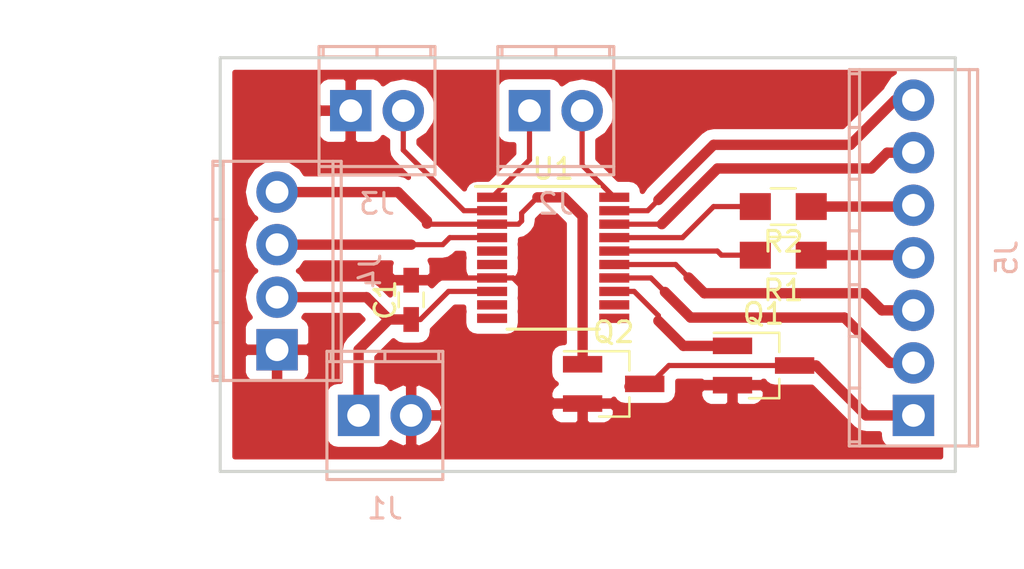
<source format=kicad_pcb>
(kicad_pcb (version 4) (host pcbnew 4.0.6)

  (general
    (links 26)
    (no_connects 0)
    (area 114.924999 88.424999 151.575001 109.075001)
    (thickness 1.6)
    (drawings 6)
    (tracks 84)
    (zones 0)
    (modules 11)
    (nets 18)
  )

  (page A4)
  (layers
    (0 F.Cu signal)
    (31 B.Cu signal)
    (32 B.Adhes user)
    (33 F.Adhes user)
    (34 B.Paste user)
    (35 F.Paste user)
    (36 B.SilkS user)
    (37 F.SilkS user)
    (38 B.Mask user)
    (39 F.Mask user)
    (40 Dwgs.User user)
    (41 Cmts.User user)
    (42 Eco1.User user)
    (43 Eco2.User user)
    (44 Edge.Cuts user)
    (45 Margin user)
    (46 B.CrtYd user)
    (47 F.CrtYd user)
    (48 B.Fab user)
    (49 F.Fab user)
  )

  (setup
    (last_trace_width 0.25)
    (user_trace_width 0.25)
    (user_trace_width 0.5)
    (user_trace_width 1)
    (trace_clearance 0.2)
    (zone_clearance 0.508)
    (zone_45_only no)
    (trace_min 0.2)
    (segment_width 0.2)
    (edge_width 0.15)
    (via_size 1.5)
    (via_drill 0.8)
    (via_min_size 0.4)
    (via_min_drill 0.3)
    (user_via 1.5 0.8)
    (uvia_size 0.3)
    (uvia_drill 0.1)
    (uvias_allowed no)
    (uvia_min_size 0.2)
    (uvia_min_drill 0.1)
    (pcb_text_width 0.3)
    (pcb_text_size 1.5 1.5)
    (mod_edge_width 0.15)
    (mod_text_size 1 1)
    (mod_text_width 0.15)
    (pad_size 1.524 1.524)
    (pad_drill 0.762)
    (pad_to_mask_clearance 0.2)
    (aux_axis_origin 0 0)
    (visible_elements FFFFFF7F)
    (pcbplotparams
      (layerselection 0x00030_80000001)
      (usegerberextensions false)
      (excludeedgelayer true)
      (linewidth 0.100000)
      (plotframeref false)
      (viasonmask false)
      (mode 1)
      (useauxorigin false)
      (hpglpennumber 1)
      (hpglpenspeed 20)
      (hpglpendiameter 15)
      (hpglpenoverlay 2)
      (psnegative false)
      (psa4output false)
      (plotreference true)
      (plotvalue true)
      (plotinvisibletext false)
      (padsonsilk false)
      (subtractmaskfromsilk false)
      (outputformat 1)
      (mirror false)
      (drillshape 1)
      (scaleselection 1)
      (outputdirectory ""))
  )

  (net 0 "")
  (net 1 VDD)
  (net 2 GND)
  (net 3 /Rx)
  (net 4 /Tx)
  (net 5 "Net-(J3-Pad2)")
  (net 6 /NRST)
  (net 7 /SWIM)
  (net 8 /Burner1)
  (net 9 /B0On)
  (net 10 /B1On)
  (net 11 /Burner0)
  (net 12 /Sound)
  (net 13 /LED0)
  (net 14 /LED1)
  (net 15 "Net-(R1-Pad2)")
  (net 16 "Net-(R2-Pad2)")
  (net 17 "Net-(Q1-Pad1)")

  (net_class Default "This is the default net class."
    (clearance 0.2)
    (trace_width 0.25)
    (via_dia 1.5)
    (via_drill 0.8)
    (uvia_dia 0.3)
    (uvia_drill 0.1)
    (add_net /B0On)
    (add_net /B1On)
    (add_net /Burner0)
    (add_net /Burner1)
    (add_net /LED0)
    (add_net /LED1)
    (add_net /NRST)
    (add_net /Rx)
    (add_net /SWIM)
    (add_net /Sound)
    (add_net /Tx)
    (add_net GND)
    (add_net "Net-(J3-Pad2)")
    (add_net "Net-(Q1-Pad1)")
    (add_net "Net-(R1-Pad2)")
    (add_net "Net-(R2-Pad2)")
    (add_net VDD)
  )

  (net_class 0.5 ""
    (clearance 0.2)
    (trace_width 0.5)
    (via_dia 1.5)
    (via_drill 0.8)
    (uvia_dia 0.3)
    (uvia_drill 0.1)
  )

  (net_class 1 ""
    (clearance 0.2)
    (trace_width 1)
    (via_dia 1.5)
    (via_drill 0.8)
    (uvia_dia 0.3)
    (uvia_drill 0.1)
  )

  (module Housings_SSOP.pretty:TSSOP-20_4.4x6.5mm_Pitch0.65mm (layer F.Cu) (tedit 54130A77) (tstamp 5A4B3416)
    (at 132.08 98.171)
    (descr "20-Lead Plastic Thin Shrink Small Outline (ST)-4.4 mm Body [TSSOP] (see Microchip Packaging Specification 00000049BS.pdf)")
    (tags "SSOP 0.65")
    (path /5A4A0140)
    (attr smd)
    (fp_text reference U1 (at 0 -4.3) (layer F.SilkS)
      (effects (font (size 1 1) (thickness 0.15)))
    )
    (fp_text value STM8L101F3P (at 0 4.3) (layer F.Fab)
      (effects (font (size 1 1) (thickness 0.15)))
    )
    (fp_line (start -1.2 -3.25) (end 2.2 -3.25) (layer F.Fab) (width 0.15))
    (fp_line (start 2.2 -3.25) (end 2.2 3.25) (layer F.Fab) (width 0.15))
    (fp_line (start 2.2 3.25) (end -2.2 3.25) (layer F.Fab) (width 0.15))
    (fp_line (start -2.2 3.25) (end -2.2 -2.25) (layer F.Fab) (width 0.15))
    (fp_line (start -2.2 -2.25) (end -1.2 -3.25) (layer F.Fab) (width 0.15))
    (fp_line (start -3.95 -3.55) (end -3.95 3.55) (layer F.CrtYd) (width 0.05))
    (fp_line (start 3.95 -3.55) (end 3.95 3.55) (layer F.CrtYd) (width 0.05))
    (fp_line (start -3.95 -3.55) (end 3.95 -3.55) (layer F.CrtYd) (width 0.05))
    (fp_line (start -3.95 3.55) (end 3.95 3.55) (layer F.CrtYd) (width 0.05))
    (fp_line (start -2.225 3.45) (end 2.225 3.45) (layer F.SilkS) (width 0.15))
    (fp_line (start -3.75 -3.45) (end 2.225 -3.45) (layer F.SilkS) (width 0.15))
    (pad 1 smd rect (at -2.95 -2.925) (size 1.45 0.45) (layers F.Cu F.Paste F.Mask)
      (net 4 /Tx))
    (pad 2 smd rect (at -2.95 -2.275) (size 1.45 0.45) (layers F.Cu F.Paste F.Mask)
      (net 5 "Net-(J3-Pad2)"))
    (pad 3 smd rect (at -2.95 -1.625) (size 1.45 0.45) (layers F.Cu F.Paste F.Mask)
      (net 7 /SWIM))
    (pad 4 smd rect (at -2.95 -0.975) (size 1.45 0.45) (layers F.Cu F.Paste F.Mask)
      (net 6 /NRST))
    (pad 5 smd rect (at -2.95 -0.325) (size 1.45 0.45) (layers F.Cu F.Paste F.Mask))
    (pad 6 smd rect (at -2.95 0.325) (size 1.45 0.45) (layers F.Cu F.Paste F.Mask))
    (pad 7 smd rect (at -2.95 0.975) (size 1.45 0.45) (layers F.Cu F.Paste F.Mask)
      (net 2 GND))
    (pad 8 smd rect (at -2.95 1.625) (size 1.45 0.45) (layers F.Cu F.Paste F.Mask)
      (net 1 VDD))
    (pad 9 smd rect (at -2.95 2.275) (size 1.45 0.45) (layers F.Cu F.Paste F.Mask))
    (pad 10 smd rect (at -2.95 2.925) (size 1.45 0.45) (layers F.Cu F.Paste F.Mask))
    (pad 11 smd rect (at 2.95 2.925) (size 1.45 0.45) (layers F.Cu F.Paste F.Mask))
    (pad 12 smd rect (at 2.95 2.275) (size 1.45 0.45) (layers F.Cu F.Paste F.Mask))
    (pad 13 smd rect (at 2.95 1.625) (size 1.45 0.45) (layers F.Cu F.Paste F.Mask)
      (net 17 "Net-(Q1-Pad1)"))
    (pad 14 smd rect (at 2.95 0.975) (size 1.45 0.45) (layers F.Cu F.Paste F.Mask)
      (net 9 /B0On))
    (pad 15 smd rect (at 2.95 0.325) (size 1.45 0.45) (layers F.Cu F.Paste F.Mask)
      (net 10 /B1On))
    (pad 16 smd rect (at 2.95 -0.325) (size 1.45 0.45) (layers F.Cu F.Paste F.Mask)
      (net 15 "Net-(R1-Pad2)"))
    (pad 17 smd rect (at 2.95 -0.975) (size 1.45 0.45) (layers F.Cu F.Paste F.Mask)
      (net 16 "Net-(R2-Pad2)"))
    (pad 18 smd rect (at 2.95 -1.625) (size 1.45 0.45) (layers F.Cu F.Paste F.Mask)
      (net 11 /Burner0))
    (pad 19 smd rect (at 2.95 -2.275) (size 1.45 0.45) (layers F.Cu F.Paste F.Mask)
      (net 8 /Burner1))
    (pad 20 smd rect (at 2.95 -2.925) (size 1.45 0.45) (layers F.Cu F.Paste F.Mask)
      (net 3 /Rx))
    (model Housings_SSOP.3dshapes/TSSOP-20_4.4x6.5mm_Pitch0.65mm.wrl
      (at (xyz 0 0 0))
      (scale (xyz 1 1 1))
      (rotate (xyz 0 0 0))
    )
  )

  (module Capacitors_SMD.pretty:C_0603_HandSoldering (layer F.Cu) (tedit 58AA848B) (tstamp 5A4B32D1)
    (at 125.222 100.203 90)
    (descr "Capacitor SMD 0603, hand soldering")
    (tags "capacitor 0603")
    (path /5A4A52CA)
    (attr smd)
    (fp_text reference C1 (at 0 -1.25 90) (layer F.SilkS)
      (effects (font (size 1 1) (thickness 0.15)))
    )
    (fp_text value 0.1 (at 0 1.5 90) (layer F.Fab)
      (effects (font (size 1 1) (thickness 0.15)))
    )
    (fp_text user %R (at 0 -1.25 90) (layer F.Fab)
      (effects (font (size 1 1) (thickness 0.15)))
    )
    (fp_line (start -0.8 0.4) (end -0.8 -0.4) (layer F.Fab) (width 0.1))
    (fp_line (start 0.8 0.4) (end -0.8 0.4) (layer F.Fab) (width 0.1))
    (fp_line (start 0.8 -0.4) (end 0.8 0.4) (layer F.Fab) (width 0.1))
    (fp_line (start -0.8 -0.4) (end 0.8 -0.4) (layer F.Fab) (width 0.1))
    (fp_line (start -0.35 -0.6) (end 0.35 -0.6) (layer F.SilkS) (width 0.12))
    (fp_line (start 0.35 0.6) (end -0.35 0.6) (layer F.SilkS) (width 0.12))
    (fp_line (start -1.8 -0.65) (end 1.8 -0.65) (layer F.CrtYd) (width 0.05))
    (fp_line (start -1.8 -0.65) (end -1.8 0.65) (layer F.CrtYd) (width 0.05))
    (fp_line (start 1.8 0.65) (end 1.8 -0.65) (layer F.CrtYd) (width 0.05))
    (fp_line (start 1.8 0.65) (end -1.8 0.65) (layer F.CrtYd) (width 0.05))
    (pad 1 smd rect (at -0.95 0 90) (size 1.2 0.75) (layers F.Cu F.Paste F.Mask)
      (net 1 VDD))
    (pad 2 smd rect (at 0.95 0 90) (size 1.2 0.75) (layers F.Cu F.Paste F.Mask)
      (net 2 GND))
    (model Capacitors_SMD.3dshapes/C_0603.wrl
      (at (xyz 0 0 0))
      (scale (xyz 1 1 1))
      (rotate (xyz 0 0 0))
    )
  )

  (module Connectors_Terminal_Blocks.pretty:TerminalBlock_Pheonix_MPT-2.54mm_2pol (layer B.Cu) (tedit 0) (tstamp 5A4B32E4)
    (at 122.682 105.791)
    (descr "2-way 2.54mm pitch terminal block, Phoenix MPT series")
    (path /5A4A1481)
    (fp_text reference J1 (at 1.27 4.50088) (layer B.SilkS)
      (effects (font (size 1 1) (thickness 0.15)) (justify mirror))
    )
    (fp_text value power (at 1.27 -4.50088) (layer B.Fab)
      (effects (font (size 1 1) (thickness 0.15)) (justify mirror))
    )
    (fp_line (start -1.7 3.3) (end 4.3 3.3) (layer B.CrtYd) (width 0.05))
    (fp_line (start -1.7 -3.3) (end -1.7 3.3) (layer B.CrtYd) (width 0.05))
    (fp_line (start 4.3 -3.3) (end -1.7 -3.3) (layer B.CrtYd) (width 0.05))
    (fp_line (start 4.3 3.3) (end 4.3 -3.3) (layer B.CrtYd) (width 0.05))
    (fp_line (start 4.06908 -2.60096) (end -1.52908 -2.60096) (layer B.SilkS) (width 0.15))
    (fp_line (start -1.33096 -3.0988) (end -1.33096 -2.60096) (layer B.SilkS) (width 0.15))
    (fp_line (start 3.87096 -2.60096) (end 3.87096 -3.0988) (layer B.SilkS) (width 0.15))
    (fp_line (start 1.27 -3.0988) (end 1.27 -2.60096) (layer B.SilkS) (width 0.15))
    (fp_line (start -1.52908 2.70002) (end 4.06908 2.70002) (layer B.SilkS) (width 0.15))
    (fp_line (start -1.52908 -3.0988) (end 4.06908 -3.0988) (layer B.SilkS) (width 0.15))
    (fp_line (start 4.06908 -3.0988) (end 4.06908 3.0988) (layer B.SilkS) (width 0.15))
    (fp_line (start 4.06908 3.0988) (end -1.52908 3.0988) (layer B.SilkS) (width 0.15))
    (fp_line (start -1.52908 3.0988) (end -1.52908 -3.0988) (layer B.SilkS) (width 0.15))
    (pad 2 thru_hole oval (at 2.54 0) (size 1.99898 1.99898) (drill 1.09728) (layers *.Cu *.Mask)
      (net 2 GND))
    (pad 1 thru_hole rect (at 0 0) (size 1.99898 1.99898) (drill 1.09728) (layers *.Cu *.Mask)
      (net 1 VDD))
    (model Terminal_Blocks.3dshapes/TerminalBlock_Pheonix_MPT-2.54mm_2pol.wrl
      (at (xyz 0.05 0 0))
      (scale (xyz 1 1 1))
      (rotate (xyz 0 0 0))
    )
  )

  (module Connectors_Terminal_Blocks.pretty:TerminalBlock_Pheonix_MPT-2.54mm_2pol (layer B.Cu) (tedit 0) (tstamp 5A4B32F7)
    (at 130.937 91.059)
    (descr "2-way 2.54mm pitch terminal block, Phoenix MPT series")
    (path /5A4A4CFB)
    (fp_text reference J2 (at 1.27 4.50088) (layer B.SilkS)
      (effects (font (size 1 1) (thickness 0.15)) (justify mirror))
    )
    (fp_text value USART (at 1.27 -4.50088) (layer B.Fab)
      (effects (font (size 1 1) (thickness 0.15)) (justify mirror))
    )
    (fp_line (start -1.7 3.3) (end 4.3 3.3) (layer B.CrtYd) (width 0.05))
    (fp_line (start -1.7 -3.3) (end -1.7 3.3) (layer B.CrtYd) (width 0.05))
    (fp_line (start 4.3 -3.3) (end -1.7 -3.3) (layer B.CrtYd) (width 0.05))
    (fp_line (start 4.3 3.3) (end 4.3 -3.3) (layer B.CrtYd) (width 0.05))
    (fp_line (start 4.06908 -2.60096) (end -1.52908 -2.60096) (layer B.SilkS) (width 0.15))
    (fp_line (start -1.33096 -3.0988) (end -1.33096 -2.60096) (layer B.SilkS) (width 0.15))
    (fp_line (start 3.87096 -2.60096) (end 3.87096 -3.0988) (layer B.SilkS) (width 0.15))
    (fp_line (start 1.27 -3.0988) (end 1.27 -2.60096) (layer B.SilkS) (width 0.15))
    (fp_line (start -1.52908 2.70002) (end 4.06908 2.70002) (layer B.SilkS) (width 0.15))
    (fp_line (start -1.52908 -3.0988) (end 4.06908 -3.0988) (layer B.SilkS) (width 0.15))
    (fp_line (start 4.06908 -3.0988) (end 4.06908 3.0988) (layer B.SilkS) (width 0.15))
    (fp_line (start 4.06908 3.0988) (end -1.52908 3.0988) (layer B.SilkS) (width 0.15))
    (fp_line (start -1.52908 3.0988) (end -1.52908 -3.0988) (layer B.SilkS) (width 0.15))
    (pad 2 thru_hole oval (at 2.54 0) (size 1.99898 1.99898) (drill 1.09728) (layers *.Cu *.Mask)
      (net 3 /Rx))
    (pad 1 thru_hole rect (at 0 0) (size 1.99898 1.99898) (drill 1.09728) (layers *.Cu *.Mask)
      (net 4 /Tx))
    (model Terminal_Blocks.3dshapes/TerminalBlock_Pheonix_MPT-2.54mm_2pol.wrl
      (at (xyz 0.05 0 0))
      (scale (xyz 1 1 1))
      (rotate (xyz 0 0 0))
    )
  )

  (module Connectors_Terminal_Blocks.pretty:TerminalBlock_Pheonix_MPT-2.54mm_2pol (layer B.Cu) (tedit 0) (tstamp 5A4B330A)
    (at 122.301 91.059)
    (descr "2-way 2.54mm pitch terminal block, Phoenix MPT series")
    (path /5A4A27FE)
    (fp_text reference J3 (at 1.27 4.50088) (layer B.SilkS)
      (effects (font (size 1 1) (thickness 0.15)) (justify mirror))
    )
    (fp_text value USART_On (at 1.27 -4.50088) (layer B.Fab)
      (effects (font (size 1 1) (thickness 0.15)) (justify mirror))
    )
    (fp_line (start -1.7 3.3) (end 4.3 3.3) (layer B.CrtYd) (width 0.05))
    (fp_line (start -1.7 -3.3) (end -1.7 3.3) (layer B.CrtYd) (width 0.05))
    (fp_line (start 4.3 -3.3) (end -1.7 -3.3) (layer B.CrtYd) (width 0.05))
    (fp_line (start 4.3 3.3) (end 4.3 -3.3) (layer B.CrtYd) (width 0.05))
    (fp_line (start 4.06908 -2.60096) (end -1.52908 -2.60096) (layer B.SilkS) (width 0.15))
    (fp_line (start -1.33096 -3.0988) (end -1.33096 -2.60096) (layer B.SilkS) (width 0.15))
    (fp_line (start 3.87096 -2.60096) (end 3.87096 -3.0988) (layer B.SilkS) (width 0.15))
    (fp_line (start 1.27 -3.0988) (end 1.27 -2.60096) (layer B.SilkS) (width 0.15))
    (fp_line (start -1.52908 2.70002) (end 4.06908 2.70002) (layer B.SilkS) (width 0.15))
    (fp_line (start -1.52908 -3.0988) (end 4.06908 -3.0988) (layer B.SilkS) (width 0.15))
    (fp_line (start 4.06908 -3.0988) (end 4.06908 3.0988) (layer B.SilkS) (width 0.15))
    (fp_line (start 4.06908 3.0988) (end -1.52908 3.0988) (layer B.SilkS) (width 0.15))
    (fp_line (start -1.52908 3.0988) (end -1.52908 -3.0988) (layer B.SilkS) (width 0.15))
    (pad 2 thru_hole oval (at 2.54 0) (size 1.99898 1.99898) (drill 1.09728) (layers *.Cu *.Mask)
      (net 5 "Net-(J3-Pad2)"))
    (pad 1 thru_hole rect (at 0 0) (size 1.99898 1.99898) (drill 1.09728) (layers *.Cu *.Mask)
      (net 2 GND))
    (model Terminal_Blocks.3dshapes/TerminalBlock_Pheonix_MPT-2.54mm_2pol.wrl
      (at (xyz 0.05 0 0))
      (scale (xyz 1 1 1))
      (rotate (xyz 0 0 0))
    )
  )

  (module TO_SOT_Packages_SMD.pretty:SOT-23_Handsoldering (layer F.Cu) (tedit 583F3954) (tstamp 5A4B336D)
    (at 142.24 103.378)
    (descr "SOT-23, Handsoldering")
    (tags SOT-23)
    (path /5A4A2D67)
    (attr smd)
    (fp_text reference Q1 (at 0 -2.5) (layer F.SilkS)
      (effects (font (size 1 1) (thickness 0.15)))
    )
    (fp_text value SI2305DS (at 0 2.5) (layer F.Fab)
      (effects (font (size 1 1) (thickness 0.15)))
    )
    (fp_line (start 0.76 1.58) (end 0.76 0.65) (layer F.SilkS) (width 0.12))
    (fp_line (start 0.76 -1.58) (end 0.76 -0.65) (layer F.SilkS) (width 0.12))
    (fp_line (start -2.7 -1.75) (end 2.7 -1.75) (layer F.CrtYd) (width 0.05))
    (fp_line (start 2.7 -1.75) (end 2.7 1.75) (layer F.CrtYd) (width 0.05))
    (fp_line (start 2.7 1.75) (end -2.7 1.75) (layer F.CrtYd) (width 0.05))
    (fp_line (start -2.7 1.75) (end -2.7 -1.75) (layer F.CrtYd) (width 0.05))
    (fp_line (start 0.76 -1.58) (end -2.4 -1.58) (layer F.SilkS) (width 0.12))
    (fp_line (start -0.7 -0.95) (end -0.7 1.5) (layer F.Fab) (width 0.1))
    (fp_line (start -0.15 -1.52) (end 0.7 -1.52) (layer F.Fab) (width 0.1))
    (fp_line (start -0.7 -0.95) (end -0.15 -1.52) (layer F.Fab) (width 0.1))
    (fp_line (start 0.7 -1.52) (end 0.7 1.52) (layer F.Fab) (width 0.1))
    (fp_line (start -0.7 1.52) (end 0.7 1.52) (layer F.Fab) (width 0.1))
    (fp_line (start 0.76 1.58) (end -0.7 1.58) (layer F.SilkS) (width 0.12))
    (pad 1 smd rect (at -1.5 -0.95) (size 1.9 0.8) (layers F.Cu F.Paste F.Mask)
      (net 17 "Net-(Q1-Pad1)"))
    (pad 2 smd rect (at -1.5 0.95) (size 1.9 0.8) (layers F.Cu F.Paste F.Mask)
      (net 2 GND))
    (pad 3 smd rect (at 1.5 0) (size 1.9 0.8) (layers F.Cu F.Paste F.Mask)
      (net 12 /Sound))
    (model TO_SOT_Packages_SMD.3dshapes\SOT-23_Handsoldering.wrl
      (at (xyz 0 0 0))
      (scale (xyz 1 1 1))
      (rotate (xyz 0 0 90))
    )
  )

  (module TO_SOT_Packages_SMD.pretty:SOT-23_Handsoldering (layer F.Cu) (tedit 583F3954) (tstamp 5A4B3381)
    (at 135.001 104.267)
    (descr "SOT-23, Handsoldering")
    (tags SOT-23)
    (path /5A4A181D)
    (attr smd)
    (fp_text reference Q2 (at 0 -2.5) (layer F.SilkS)
      (effects (font (size 1 1) (thickness 0.15)))
    )
    (fp_text value SI2305DS (at 0 2.5) (layer F.Fab)
      (effects (font (size 1 1) (thickness 0.15)))
    )
    (fp_line (start 0.76 1.58) (end 0.76 0.65) (layer F.SilkS) (width 0.12))
    (fp_line (start 0.76 -1.58) (end 0.76 -0.65) (layer F.SilkS) (width 0.12))
    (fp_line (start -2.7 -1.75) (end 2.7 -1.75) (layer F.CrtYd) (width 0.05))
    (fp_line (start 2.7 -1.75) (end 2.7 1.75) (layer F.CrtYd) (width 0.05))
    (fp_line (start 2.7 1.75) (end -2.7 1.75) (layer F.CrtYd) (width 0.05))
    (fp_line (start -2.7 1.75) (end -2.7 -1.75) (layer F.CrtYd) (width 0.05))
    (fp_line (start 0.76 -1.58) (end -2.4 -1.58) (layer F.SilkS) (width 0.12))
    (fp_line (start -0.7 -0.95) (end -0.7 1.5) (layer F.Fab) (width 0.1))
    (fp_line (start -0.15 -1.52) (end 0.7 -1.52) (layer F.Fab) (width 0.1))
    (fp_line (start -0.7 -0.95) (end -0.15 -1.52) (layer F.Fab) (width 0.1))
    (fp_line (start 0.7 -1.52) (end 0.7 1.52) (layer F.Fab) (width 0.1))
    (fp_line (start -0.7 1.52) (end 0.7 1.52) (layer F.Fab) (width 0.1))
    (fp_line (start 0.76 1.58) (end -0.7 1.58) (layer F.SilkS) (width 0.12))
    (pad 1 smd rect (at -1.5 -0.95) (size 1.9 0.8) (layers F.Cu F.Paste F.Mask)
      (net 7 /SWIM))
    (pad 2 smd rect (at -1.5 0.95) (size 1.9 0.8) (layers F.Cu F.Paste F.Mask)
      (net 2 GND))
    (pad 3 smd rect (at 1.5 0) (size 1.9 0.8) (layers F.Cu F.Paste F.Mask)
      (net 12 /Sound))
    (model TO_SOT_Packages_SMD.3dshapes\SOT-23_Handsoldering.wrl
      (at (xyz 0 0 0))
      (scale (xyz 1 1 1))
      (rotate (xyz 0 0 90))
    )
  )

  (module Resistors_SMD.pretty:R_0805_HandSoldering (layer F.Cu) (tedit 58AADA1D) (tstamp 5A4B33E2)
    (at 143.1925 98.044 180)
    (descr "Resistor SMD 0805, hand soldering")
    (tags "resistor 0805")
    (path /5A4A48A5)
    (attr smd)
    (fp_text reference R1 (at 0 -1.7 180) (layer F.SilkS)
      (effects (font (size 1 1) (thickness 0.15)))
    )
    (fp_text value 220 (at 0 1.75 180) (layer F.Fab)
      (effects (font (size 1 1) (thickness 0.15)))
    )
    (fp_text user %R (at 0 -1.7 180) (layer F.Fab)
      (effects (font (size 1 1) (thickness 0.15)))
    )
    (fp_line (start -1 0.62) (end -1 -0.62) (layer F.Fab) (width 0.1))
    (fp_line (start 1 0.62) (end -1 0.62) (layer F.Fab) (width 0.1))
    (fp_line (start 1 -0.62) (end 1 0.62) (layer F.Fab) (width 0.1))
    (fp_line (start -1 -0.62) (end 1 -0.62) (layer F.Fab) (width 0.1))
    (fp_line (start 0.6 0.88) (end -0.6 0.88) (layer F.SilkS) (width 0.12))
    (fp_line (start -0.6 -0.88) (end 0.6 -0.88) (layer F.SilkS) (width 0.12))
    (fp_line (start -2.35 -0.9) (end 2.35 -0.9) (layer F.CrtYd) (width 0.05))
    (fp_line (start -2.35 -0.9) (end -2.35 0.9) (layer F.CrtYd) (width 0.05))
    (fp_line (start 2.35 0.9) (end 2.35 -0.9) (layer F.CrtYd) (width 0.05))
    (fp_line (start 2.35 0.9) (end -2.35 0.9) (layer F.CrtYd) (width 0.05))
    (pad 1 smd rect (at -1.35 0 180) (size 1.5 1.3) (layers F.Cu F.Paste F.Mask)
      (net 13 /LED0))
    (pad 2 smd rect (at 1.35 0 180) (size 1.5 1.3) (layers F.Cu F.Paste F.Mask)
      (net 15 "Net-(R1-Pad2)"))
    (model Resistors_SMD.3dshapes/R_0805.wrl
      (at (xyz 0 0 0))
      (scale (xyz 1 1 1))
      (rotate (xyz 0 0 0))
    )
  )

  (module Resistors_SMD.pretty:R_0805_HandSoldering (layer F.Cu) (tedit 58AADA1D) (tstamp 5A4B33F3)
    (at 143.1925 95.6945 180)
    (descr "Resistor SMD 0805, hand soldering")
    (tags "resistor 0805")
    (path /5A4A49CB)
    (attr smd)
    (fp_text reference R2 (at 0 -1.7 180) (layer F.SilkS)
      (effects (font (size 1 1) (thickness 0.15)))
    )
    (fp_text value 220 (at 0 1.75 180) (layer F.Fab)
      (effects (font (size 1 1) (thickness 0.15)))
    )
    (fp_text user %R (at 0 -1.7 180) (layer F.Fab)
      (effects (font (size 1 1) (thickness 0.15)))
    )
    (fp_line (start -1 0.62) (end -1 -0.62) (layer F.Fab) (width 0.1))
    (fp_line (start 1 0.62) (end -1 0.62) (layer F.Fab) (width 0.1))
    (fp_line (start 1 -0.62) (end 1 0.62) (layer F.Fab) (width 0.1))
    (fp_line (start -1 -0.62) (end 1 -0.62) (layer F.Fab) (width 0.1))
    (fp_line (start 0.6 0.88) (end -0.6 0.88) (layer F.SilkS) (width 0.12))
    (fp_line (start -0.6 -0.88) (end 0.6 -0.88) (layer F.SilkS) (width 0.12))
    (fp_line (start -2.35 -0.9) (end 2.35 -0.9) (layer F.CrtYd) (width 0.05))
    (fp_line (start -2.35 -0.9) (end -2.35 0.9) (layer F.CrtYd) (width 0.05))
    (fp_line (start 2.35 0.9) (end 2.35 -0.9) (layer F.CrtYd) (width 0.05))
    (fp_line (start 2.35 0.9) (end -2.35 0.9) (layer F.CrtYd) (width 0.05))
    (pad 1 smd rect (at -1.35 0 180) (size 1.5 1.3) (layers F.Cu F.Paste F.Mask)
      (net 14 /LED1))
    (pad 2 smd rect (at 1.35 0 180) (size 1.5 1.3) (layers F.Cu F.Paste F.Mask)
      (net 16 "Net-(R2-Pad2)"))
    (model Resistors_SMD.3dshapes/R_0805.wrl
      (at (xyz 0 0 0))
      (scale (xyz 1 1 1))
      (rotate (xyz 0 0 0))
    )
  )

  (module Connectors_Terminal_Blocks.pretty:TerminalBlock_Pheonix_MPT-2.54mm_4pol (layer B.Cu) (tedit 0) (tstamp 5A4B372D)
    (at 118.745 102.616 90)
    (descr "4-way 2.54mm pitch terminal block, Phoenix MPT series")
    (path /5A4A1BAE)
    (fp_text reference J4 (at 3.81 4.50088 90) (layer B.SilkS)
      (effects (font (size 1 1) (thickness 0.15)) (justify mirror))
    )
    (fp_text value SWIM (at 3.81 -4.50088 90) (layer B.Fab)
      (effects (font (size 1 1) (thickness 0.15)) (justify mirror))
    )
    (fp_line (start -1.778 3.302) (end 9.398 3.302) (layer B.CrtYd) (width 0.05))
    (fp_line (start -1.778 -3.302) (end -1.778 3.302) (layer B.CrtYd) (width 0.05))
    (fp_line (start 9.398 -3.302) (end -1.778 -3.302) (layer B.CrtYd) (width 0.05))
    (fp_line (start 9.398 3.302) (end 9.398 -3.302) (layer B.CrtYd) (width 0.05))
    (fp_line (start 9.11098 3.0988) (end -1.49098 3.0988) (layer B.SilkS) (width 0.15))
    (fp_line (start -1.49098 2.70002) (end 9.11098 2.70002) (layer B.SilkS) (width 0.15))
    (fp_line (start -1.49098 -2.60096) (end 9.11098 -2.60096) (layer B.SilkS) (width 0.15))
    (fp_line (start 9.11098 -3.0988) (end -1.49098 -3.0988) (layer B.SilkS) (width 0.15))
    (fp_line (start 6.30682 -2.60096) (end 6.30682 -3.0988) (layer B.SilkS) (width 0.15))
    (fp_line (start 3.81 -2.60096) (end 3.81 -3.0988) (layer B.SilkS) (width 0.15))
    (fp_line (start -1.28778 -3.0988) (end -1.28778 -2.60096) (layer B.SilkS) (width 0.15))
    (fp_line (start 8.91032 -2.60096) (end 8.91032 -3.0988) (layer B.SilkS) (width 0.15))
    (fp_line (start 1.31318 -3.0988) (end 1.31318 -2.60096) (layer B.SilkS) (width 0.15))
    (fp_line (start 9.10844 -3.0988) (end 9.10844 3.0988) (layer B.SilkS) (width 0.15))
    (fp_line (start -1.4859 3.0988) (end -1.4859 -3.0988) (layer B.SilkS) (width 0.15))
    (pad 4 thru_hole oval (at 7.62 0 270) (size 1.99898 1.99898) (drill 1.09728) (layers *.Cu *.Mask)
      (net 7 /SWIM))
    (pad 1 thru_hole rect (at 0 0 270) (size 1.99898 1.99898) (drill 1.09728) (layers *.Cu *.Mask)
      (net 2 GND))
    (pad 2 thru_hole oval (at 2.54 0 270) (size 1.99898 1.99898) (drill 1.09728) (layers *.Cu *.Mask)
      (net 1 VDD))
    (pad 3 thru_hole oval (at 5.08 0 270) (size 1.99898 1.99898) (drill 1.09728) (layers *.Cu *.Mask)
      (net 6 /NRST))
    (model Terminal_Blocks.3dshapes/TerminalBlock_Pheonix_MPT-2.54mm_4pol.wrl
      (at (xyz 0.15 0 0))
      (scale (xyz 1 1 1))
      (rotate (xyz 0 0 0))
    )
  )

  (module Connectors_Terminal_Blocks.pretty:TerminalBlock_Pheonix_MPT-2.54mm_7pol (layer B.Cu) (tedit 0) (tstamp 5A4B3743)
    (at 149.479 105.791 90)
    (descr "7-way 2.54mm pitch terminal block, Phoenix MPT series")
    (path /5A4A5E14)
    (fp_text reference J5 (at 7.62 4.50088 90) (layer B.SilkS)
      (effects (font (size 1 1) (thickness 0.15)) (justify mirror))
    )
    (fp_text value CONN_01X07 (at 7.62 -4.50088 90) (layer B.Fab)
      (effects (font (size 1 1) (thickness 0.15)) (justify mirror))
    )
    (fp_line (start -1.778 3.302) (end 17.018 3.302) (layer B.CrtYd) (width 0.05))
    (fp_line (start -1.778 -3.302) (end -1.778 3.302) (layer B.CrtYd) (width 0.05))
    (fp_line (start 17.018 -3.302) (end -1.778 -3.302) (layer B.CrtYd) (width 0.05))
    (fp_line (start 17.018 3.302) (end 17.018 -3.302) (layer B.CrtYd) (width 0.05))
    (fp_line (start 16.72082 3.0988) (end -1.48082 3.0988) (layer B.SilkS) (width 0.15))
    (fp_line (start 16.72082 2.70002) (end -1.48082 2.70002) (layer B.SilkS) (width 0.15))
    (fp_line (start -1.48082 -3.0988) (end 16.72082 -3.0988) (layer B.SilkS) (width 0.15))
    (fp_line (start 16.72082 -2.60096) (end -1.48082 -2.60096) (layer B.SilkS) (width 0.15))
    (fp_line (start 13.9192 -2.60096) (end 13.9192 -3.0988) (layer B.SilkS) (width 0.15))
    (fp_line (start 11.41984 -2.60096) (end 11.41984 -3.0988) (layer B.SilkS) (width 0.15))
    (fp_line (start 8.92048 -2.60096) (end 8.92048 -3.0988) (layer B.SilkS) (width 0.15))
    (fp_line (start 6.31698 -2.60096) (end 6.31698 -3.0988) (layer B.SilkS) (width 0.15))
    (fp_line (start 3.82016 -2.60096) (end 3.82016 -3.0988) (layer B.SilkS) (width 0.15))
    (fp_line (start -1.27762 -3.0988) (end -1.27762 -2.60096) (layer B.SilkS) (width 0.15))
    (fp_line (start 16.51762 -2.60096) (end 16.51762 -3.0988) (layer B.SilkS) (width 0.15))
    (fp_line (start 1.32334 -3.0988) (end 1.32334 -2.60096) (layer B.SilkS) (width 0.15))
    (fp_line (start 16.71574 -3.0988) (end 16.71574 3.0988) (layer B.SilkS) (width 0.15))
    (fp_line (start -1.47574 3.0988) (end -1.47574 -3.0988) (layer B.SilkS) (width 0.15))
    (pad 4 thru_hole oval (at 7.62 0 270) (size 1.99898 1.99898) (drill 1.09728) (layers *.Cu *.Mask)
      (net 13 /LED0))
    (pad 1 thru_hole rect (at 0 0 270) (size 1.99898 1.99898) (drill 1.09728) (layers *.Cu *.Mask)
      (net 12 /Sound))
    (pad 2 thru_hole oval (at 2.54 0 270) (size 1.99898 1.99898) (drill 1.09728) (layers *.Cu *.Mask)
      (net 9 /B0On))
    (pad 3 thru_hole oval (at 5.08 0 270) (size 1.99898 1.99898) (drill 1.09728) (layers *.Cu *.Mask)
      (net 10 /B1On))
    (pad 5 thru_hole oval (at 10.16 0 270) (size 1.99898 1.99898) (drill 1.09728) (layers *.Cu *.Mask)
      (net 14 /LED1))
    (pad 6 thru_hole oval (at 12.7 0 270) (size 1.99898 1.99898) (drill 1.09728) (layers *.Cu *.Mask)
      (net 11 /Burner0))
    (pad 7 thru_hole oval (at 15.24 0 270) (size 1.99898 1.99898) (drill 1.09728) (layers *.Cu *.Mask)
      (net 8 /Burner1))
    (model Terminal_Blocks.3dshapes/TerminalBlock_Pheonix_MPT-2.54mm_7pol.wrl
      (at (xyz 0.3 0 0))
      (scale (xyz 1 1 1))
      (rotate (xyz 0 0 0))
    )
  )

  (dimension 20 (width 0.3) (layer Dwgs.User)
    (gr_text "20.000 mm" (at 111.65 98.5 90) (layer Dwgs.User)
      (effects (font (size 1.5 1.5) (thickness 0.3)))
    )
    (feature1 (pts (xy 116 88.5) (xy 110.3 88.5)))
    (feature2 (pts (xy 116 108.5) (xy 110.3 108.5)))
    (crossbar (pts (xy 113 108.5) (xy 113 88.5)))
    (arrow1a (pts (xy 113 88.5) (xy 113.586421 89.626504)))
    (arrow1b (pts (xy 113 88.5) (xy 112.413579 89.626504)))
    (arrow2a (pts (xy 113 108.5) (xy 113.586421 107.373496)))
    (arrow2b (pts (xy 113 108.5) (xy 112.413579 107.373496)))
  )
  (dimension 35.5 (width 0.3) (layer Dwgs.User)
    (gr_text "35.500 mm" (at 133.75 113.849999) (layer Dwgs.User)
      (effects (font (size 1.5 1.5) (thickness 0.3)))
    )
    (feature1 (pts (xy 151.5 108.5) (xy 151.5 115.199999)))
    (feature2 (pts (xy 116 108.5) (xy 116 115.199999)))
    (crossbar (pts (xy 116 112.499999) (xy 151.5 112.499999)))
    (arrow1a (pts (xy 151.5 112.499999) (xy 150.373496 113.08642)))
    (arrow1b (pts (xy 151.5 112.499999) (xy 150.373496 111.913578)))
    (arrow2a (pts (xy 116 112.499999) (xy 117.126504 113.08642)))
    (arrow2b (pts (xy 116 112.499999) (xy 117.126504 111.913578)))
  )
  (gr_line (start 151.5 108.5) (end 116 108.5) (angle 90) (layer Edge.Cuts) (width 0.15))
  (gr_line (start 151.5 88.5) (end 151.5 108.5) (angle 90) (layer Edge.Cuts) (width 0.15))
  (gr_line (start 116 88.5) (end 151.5 88.5) (angle 90) (layer Edge.Cuts) (width 0.15))
  (gr_line (start 116 108.5) (end 116 88.5) (angle 90) (layer Edge.Cuts) (width 0.15))

  (segment (start 118.745 100.076) (end 123.068 100.076) (width 0.5) (layer F.Cu) (net 1))
  (segment (start 123.068 100.076) (end 124.145 101.153) (width 0.5) (layer F.Cu) (net 1) (tstamp 5A4B3B4D))
  (segment (start 125.222 101.153) (end 124.145 101.153) (width 0.5) (layer F.Cu) (net 1))
  (segment (start 122.682 102.616) (end 122.682 105.791) (width 0.5) (layer F.Cu) (net 1) (tstamp 5A4B3B09))
  (segment (start 124.145 101.153) (end 122.682 102.616) (width 0.5) (layer F.Cu) (net 1) (tstamp 5A4B3B08))
  (segment (start 125.222 101.153) (end 125.669 101.153) (width 0.25) (layer F.Cu) (net 1))
  (segment (start 127.026 99.796) (end 129.13 99.796) (width 0.25) (layer F.Cu) (net 1) (tstamp 5A4B39F9))
  (segment (start 125.669 101.153) (end 127.026 99.796) (width 0.25) (layer F.Cu) (net 1) (tstamp 5A4B39F8))
  (segment (start 129.13 99.146) (end 130.146 99.146) (width 0.25) (layer F.Cu) (net 2))
  (segment (start 127.709 105.791) (end 125.222 105.791) (width 0.25) (layer F.Cu) (net 2) (tstamp 5A4B3C40))
  (segment (start 131 102.5) (end 127.709 105.791) (width 0.25) (layer F.Cu) (net 2) (tstamp 5A4B3C3E))
  (segment (start 131 100) (end 131 102.5) (width 0.25) (layer F.Cu) (net 2) (tstamp 5A4B3C3D))
  (segment (start 130.146 99.146) (end 131 100) (width 0.25) (layer F.Cu) (net 2) (tstamp 5A4B3C3C))
  (segment (start 129.13 99.146) (end 125.329 99.146) (width 0.25) (layer F.Cu) (net 2))
  (segment (start 125.329 99.146) (end 125.222 99.253) (width 0.25) (layer F.Cu) (net 2) (tstamp 5A4B39FD))
  (segment (start 133.477 91.059) (end 133.477 93.693) (width 0.25) (layer F.Cu) (net 3))
  (segment (start 133.477 93.693) (end 135.03 95.246) (width 0.25) (layer F.Cu) (net 3) (tstamp 5A4B3AA7))
  (segment (start 130.937 91.059) (end 130.937 93.439) (width 0.25) (layer F.Cu) (net 4))
  (segment (start 130.937 93.439) (end 129.13 95.246) (width 0.25) (layer F.Cu) (net 4) (tstamp 5A4B3AA2))
  (segment (start 129.13 95.896) (end 127.773 95.896) (width 0.25) (layer F.Cu) (net 5))
  (segment (start 124.841 92.964) (end 124.841 91.059) (width 0.25) (layer F.Cu) (net 5) (tstamp 5A4B3AAD))
  (segment (start 127.773 95.896) (end 124.841 92.964) (width 0.25) (layer F.Cu) (net 5) (tstamp 5A4B3AAB))
  (segment (start 125.222 97.536) (end 126.746 97.536) (width 0.25) (layer F.Cu) (net 6))
  (segment (start 118.745 97.536) (end 125.222 97.536) (width 0.5) (layer F.Cu) (net 6))
  (segment (start 127.086 97.196) (end 129.13 97.196) (width 0.25) (layer F.Cu) (net 6) (tstamp 5A4B3B4A))
  (segment (start 126.746 97.536) (end 127.086 97.196) (width 0.25) (layer F.Cu) (net 6) (tstamp 5A4B3B49))
  (segment (start 129.13 96.546) (end 130.403 96.546) (width 0.25) (layer F.Cu) (net 7))
  (segment (start 133.501 96.163) (end 132.588 95.25) (width 0.5) (layer F.Cu) (net 7) (tstamp 5A4B3BFF))
  (segment (start 132.588 95.25) (end 131.318 95.25) (width 0.5) (layer F.Cu) (net 7) (tstamp 5A4B3C00))
  (segment (start 133.501 96.163) (end 133.501 103.317) (width 0.5) (layer F.Cu) (net 7))
  (segment (start 130.556 96.012) (end 131.318 95.25) (width 0.25) (layer F.Cu) (net 7) (tstamp 5A4B3C05))
  (segment (start 130.556 96.393) (end 130.556 96.012) (width 0.25) (layer F.Cu) (net 7) (tstamp 5A4B3C04))
  (segment (start 130.403 96.546) (end 130.556 96.393) (width 0.25) (layer F.Cu) (net 7) (tstamp 5A4B3C03))
  (segment (start 129.13 96.546) (end 126.01 96.546) (width 0.25) (layer F.Cu) (net 7))
  (segment (start 124.587 94.996) (end 125.984 96.393) (width 0.5) (layer F.Cu) (net 7) (tstamp 5A4B3B40))
  (segment (start 125.984 96.393) (end 125.984 96.52) (width 0.5) (layer F.Cu) (net 7) (tstamp 5A4B3B41))
  (segment (start 124.587 94.996) (end 118.745 94.996) (width 0.5) (layer F.Cu) (net 7))
  (segment (start 126.01 96.546) (end 125.984 96.52) (width 0.25) (layer F.Cu) (net 7) (tstamp 5A4B3B46))
  (segment (start 129.104 96.52) (end 129.13 96.546) (width 0.25) (layer F.Cu) (net 7) (tstamp 5A4B3A1C))
  (segment (start 135.03 95.896) (end 136.641 95.896) (width 0.25) (layer F.Cu) (net 8))
  (segment (start 139.827 92.71) (end 137.16 95.377) (width 0.5) (layer F.Cu) (net 8) (tstamp 5A4B3C24))
  (segment (start 146.431 92.71) (end 139.827 92.71) (width 0.5) (layer F.Cu) (net 8) (tstamp 5A4B3C22))
  (segment (start 146.431 92.71) (end 148.59 90.551) (width 0.5) (layer F.Cu) (net 8) (tstamp 5A4B3C21))
  (segment (start 136.641 95.896) (end 137.16 95.377) (width 0.25) (layer F.Cu) (net 8) (tstamp 5A4B3C27))
  (segment (start 149.479 90.551) (end 148.59 90.551) (width 0.5) (layer F.Cu) (net 8))
  (segment (start 138.71575 101.06025) (end 146.14525 101.06025) (width 0.5) (layer F.Cu) (net 9))
  (segment (start 148.336 103.251) (end 149.479 103.251) (width 0.5) (layer F.Cu) (net 9) (tstamp 5A4B3B5A))
  (segment (start 146.14525 101.06025) (end 148.336 103.251) (width 0.5) (layer F.Cu) (net 9) (tstamp 5A4B3B59))
  (segment (start 135.03 99.146) (end 136.8015 99.146) (width 0.25) (layer F.Cu) (net 9))
  (segment (start 138.71575 101.06025) (end 137.4775 99.822) (width 0.5) (layer F.Cu) (net 9) (tstamp 5A4B3B57))
  (segment (start 136.8015 99.146) (end 137.4775 99.822) (width 0.25) (layer F.Cu) (net 9) (tstamp 5A4B3925))
  (segment (start 139.3825 99.8855) (end 147.1295 99.8855) (width 0.5) (layer F.Cu) (net 10))
  (segment (start 147.955 100.711) (end 149.479 100.711) (width 0.5) (layer F.Cu) (net 10) (tstamp 5A4B3B54))
  (segment (start 147.1295 99.8855) (end 147.955 100.711) (width 0.5) (layer F.Cu) (net 10) (tstamp 5A4B3B53))
  (segment (start 135.03 98.496) (end 137.993 98.496) (width 0.25) (layer F.Cu) (net 10))
  (segment (start 139.3825 99.8855) (end 138.6205 99.1235) (width 0.5) (layer F.Cu) (net 10) (tstamp 5A4B3B51))
  (segment (start 137.993 98.496) (end 138.6205 99.1235) (width 0.25) (layer F.Cu) (net 10) (tstamp 5A4B391E))
  (segment (start 149.479 93.091) (end 148.209 93.091) (width 0.5) (layer F.Cu) (net 11))
  (segment (start 147.447 93.853) (end 140.0175 93.853) (width 0.5) (layer F.Cu) (net 11) (tstamp 5A4B3C1C))
  (segment (start 148.209 93.091) (end 147.447 93.853) (width 0.5) (layer F.Cu) (net 11) (tstamp 5A4B3C1B))
  (segment (start 135.03 96.546) (end 137.3245 96.546) (width 0.25) (layer F.Cu) (net 11))
  (segment (start 137.3245 96.546) (end 140.0175 93.853) (width 0.5) (layer F.Cu) (net 11) (tstamp 5A4B3906))
  (segment (start 136.501 104.267) (end 136.779 104.267) (width 0.25) (layer F.Cu) (net 12))
  (segment (start 136.779 104.267) (end 137.668 103.378) (width 0.25) (layer F.Cu) (net 12) (tstamp 5A4B3BF9))
  (segment (start 137.668 103.378) (end 143.74 103.378) (width 0.25) (layer F.Cu) (net 12) (tstamp 5A4B3BFA))
  (segment (start 135.763 104.394) (end 136.501 104.267) (width 0.5) (layer F.Cu) (net 12) (status 20))
  (segment (start 143.74 103.378) (end 144.78 103.378) (width 0.5) (layer F.Cu) (net 12))
  (segment (start 147.193 105.791) (end 149.479 105.791) (width 0.5) (layer F.Cu) (net 12) (tstamp 5A4B3B8C))
  (segment (start 144.78 103.378) (end 147.193 105.791) (width 0.5) (layer F.Cu) (net 12) (tstamp 5A4B3B8B))
  (segment (start 144.5425 98.044) (end 149.352 98.044) (width 0.5) (layer F.Cu) (net 13) (status 20))
  (segment (start 149.352 98.044) (end 149.479 98.171) (width 0.5) (layer F.Cu) (net 13) (tstamp 5A4B38F9) (status 30))
  (segment (start 144.5425 95.6945) (end 149.4155 95.6945) (width 0.5) (layer F.Cu) (net 14) (status 20))
  (segment (start 149.4155 95.6945) (end 149.479 95.631) (width 0.5) (layer F.Cu) (net 14) (tstamp 5A4B38F5) (status 30))
  (segment (start 135.03 97.846) (end 140.01 97.846) (width 0.25) (layer F.Cu) (net 15))
  (segment (start 140.208 98.044) (end 141.8425 98.044) (width 0.25) (layer F.Cu) (net 15) (tstamp 5A4B3911))
  (segment (start 140.01 97.846) (end 140.208 98.044) (width 0.25) (layer F.Cu) (net 15) (tstamp 5A4B3910))
  (segment (start 135.03 97.196) (end 138.3255 97.196) (width 0.25) (layer F.Cu) (net 16))
  (segment (start 139.827 95.6945) (end 141.8425 95.6945) (width 0.25) (layer F.Cu) (net 16) (tstamp 5A4B390C))
  (segment (start 138.3255 97.196) (end 139.827 95.6945) (width 0.25) (layer F.Cu) (net 16) (tstamp 5A4B390A))
  (segment (start 135.03 99.796) (end 135.991 99.796) (width 0.25) (layer F.Cu) (net 17))
  (segment (start 138.369 102.428) (end 137.16 101.219) (width 0.5) (layer F.Cu) (net 17) (tstamp 5A4B3B90))
  (segment (start 138.369 102.428) (end 140.74 102.428) (width 0.5) (layer F.Cu) (net 17))
  (segment (start 137.16 100.965) (end 137.16 101.219) (width 0.25) (layer F.Cu) (net 17) (tstamp 5A4B3B94))
  (segment (start 135.991 99.796) (end 137.16 100.965) (width 0.25) (layer F.Cu) (net 17) (tstamp 5A4B3B93))

  (zone (net 2) (net_name GND) (layer F.Cu) (tstamp 5A4B3AE4) (hatch edge 0.508)
    (connect_pads (clearance 0.508))
    (min_thickness 0.254)
    (fill yes (arc_segments 16) (thermal_gap 0.508) (thermal_bridge_width 0.508))
    (polygon
      (pts
        (xy 151 108) (xy 116.5 108) (xy 116.5 89) (xy 151 89)
      )
    )
    (filled_polygon
      (pts
        (xy 148.323241 89.363219) (xy 147.968928 89.893486) (xy 147.962222 89.927199) (xy 146.06442 91.825) (xy 139.827005 91.825)
        (xy 139.827 91.824999) (xy 139.488326 91.892366) (xy 139.393054 91.956025) (xy 139.20121 92.08421) (xy 139.201208 92.084213)
        (xy 136.53421 94.75121) (xy 136.391784 94.964368) (xy 136.358162 94.785683) (xy 136.21909 94.569559) (xy 136.00689 94.424569)
        (xy 135.755 94.37356) (xy 135.232362 94.37356) (xy 134.237 93.378198) (xy 134.237 92.500593) (xy 134.664781 92.214759)
        (xy 135.019094 91.684492) (xy 135.143512 91.059) (xy 135.019094 90.433508) (xy 134.664781 89.903241) (xy 134.134514 89.548928)
        (xy 133.509022 89.42451) (xy 133.444978 89.42451) (xy 132.819486 89.548928) (xy 132.499923 89.762453) (xy 132.40058 89.608069)
        (xy 132.18838 89.463079) (xy 131.93649 89.41207) (xy 129.93751 89.41207) (xy 129.702193 89.456348) (xy 129.486069 89.59542)
        (xy 129.341079 89.80762) (xy 129.29007 90.05951) (xy 129.29007 92.05849) (xy 129.334348 92.293807) (xy 129.47342 92.509931)
        (xy 129.68562 92.654921) (xy 129.93751 92.70593) (xy 130.177 92.70593) (xy 130.177 93.124198) (xy 128.927638 94.37356)
        (xy 128.405 94.37356) (xy 128.169683 94.417838) (xy 127.953559 94.55691) (xy 127.808569 94.76911) (xy 127.793807 94.842005)
        (xy 125.601 92.649198) (xy 125.601 92.500593) (xy 126.028781 92.214759) (xy 126.383094 91.684492) (xy 126.507512 91.059)
        (xy 126.383094 90.433508) (xy 126.028781 89.903241) (xy 125.498514 89.548928) (xy 124.873022 89.42451) (xy 124.808978 89.42451)
        (xy 124.183486 89.548928) (xy 123.864582 89.762013) (xy 123.838817 89.699811) (xy 123.660188 89.521183) (xy 123.426799 89.42451)
        (xy 122.58675 89.42451) (xy 122.428 89.58326) (xy 122.428 90.932) (xy 122.448 90.932) (xy 122.448 91.186)
        (xy 122.428 91.186) (xy 122.428 92.53474) (xy 122.58675 92.69349) (xy 123.426799 92.69349) (xy 123.660188 92.596817)
        (xy 123.838817 92.418189) (xy 123.864582 92.355987) (xy 124.081 92.500593) (xy 124.081 92.964) (xy 124.138852 93.254839)
        (xy 124.303599 93.501401) (xy 125.091094 94.288896) (xy 125.075956 94.278781) (xy 124.925675 94.178367) (xy 124.869484 94.16719)
        (xy 124.587 94.110999) (xy 124.586995 94.111) (xy 120.103071 94.111) (xy 119.900759 93.808219) (xy 119.370492 93.453906)
        (xy 118.745 93.329488) (xy 118.119508 93.453906) (xy 117.589241 93.808219) (xy 117.234928 94.338486) (xy 117.11051 94.963978)
        (xy 117.11051 95.028022) (xy 117.234928 95.653514) (xy 117.589241 96.183781) (xy 117.71229 96.266) (xy 117.589241 96.348219)
        (xy 117.234928 96.878486) (xy 117.11051 97.503978) (xy 117.11051 97.568022) (xy 117.234928 98.193514) (xy 117.589241 98.723781)
        (xy 117.71229 98.806) (xy 117.589241 98.888219) (xy 117.234928 99.418486) (xy 117.11051 100.043978) (xy 117.11051 100.108022)
        (xy 117.234928 100.733514) (xy 117.448013 101.052418) (xy 117.385811 101.078183) (xy 117.207183 101.256812) (xy 117.11051 101.490201)
        (xy 117.11051 102.33025) (xy 117.26926 102.489) (xy 118.618 102.489) (xy 118.618 102.469) (xy 118.872 102.469)
        (xy 118.872 102.489) (xy 120.22074 102.489) (xy 120.37949 102.33025) (xy 120.37949 101.490201) (xy 120.282817 101.256812)
        (xy 120.104189 101.078183) (xy 120.041987 101.052418) (xy 120.103071 100.961) (xy 122.70142 100.961) (xy 122.89342 101.153)
        (xy 122.05621 101.99021) (xy 121.864367 102.277325) (xy 121.864367 102.277326) (xy 121.796999 102.616) (xy 121.797 102.616005)
        (xy 121.797 104.14407) (xy 121.68251 104.14407) (xy 121.447193 104.188348) (xy 121.231069 104.32742) (xy 121.086079 104.53962)
        (xy 121.03507 104.79151) (xy 121.03507 106.79049) (xy 121.079348 107.025807) (xy 121.21842 107.241931) (xy 121.43062 107.386921)
        (xy 121.68251 107.43793) (xy 123.68149 107.43793) (xy 123.916807 107.393652) (xy 124.132931 107.25458) (xy 124.243094 107.093351)
        (xy 124.262274 107.114068) (xy 124.841645 107.380627) (xy 125.095 107.261807) (xy 125.095 105.918) (xy 125.349 105.918)
        (xy 125.349 107.261807) (xy 125.602355 107.380627) (xy 126.181726 107.114068) (xy 126.614987 106.646084) (xy 126.811619 106.171354)
        (xy 126.692265 105.918) (xy 125.349 105.918) (xy 125.095 105.918) (xy 125.075 105.918) (xy 125.075 105.664)
        (xy 125.095 105.664) (xy 125.095 104.320193) (xy 125.349 104.320193) (xy 125.349 105.664) (xy 126.692265 105.664)
        (xy 126.768229 105.50275) (xy 131.916 105.50275) (xy 131.916 105.74331) (xy 132.012673 105.976699) (xy 132.191302 106.155327)
        (xy 132.424691 106.252) (xy 133.21525 106.252) (xy 133.374 106.09325) (xy 133.374 105.344) (xy 133.628 105.344)
        (xy 133.628 106.09325) (xy 133.78675 106.252) (xy 134.577309 106.252) (xy 134.810698 106.155327) (xy 134.989327 105.976699)
        (xy 135.086 105.74331) (xy 135.086 105.50275) (xy 134.92725 105.344) (xy 133.628 105.344) (xy 133.374 105.344)
        (xy 132.07475 105.344) (xy 131.916 105.50275) (xy 126.768229 105.50275) (xy 126.811619 105.410646) (xy 126.614987 104.935916)
        (xy 126.181726 104.467932) (xy 125.602355 104.201373) (xy 125.349 104.320193) (xy 125.095 104.320193) (xy 124.841645 104.201373)
        (xy 124.262274 104.467932) (xy 124.24197 104.489863) (xy 124.14558 104.340069) (xy 123.93338 104.195079) (xy 123.68149 104.14407)
        (xy 123.567 104.14407) (xy 123.567 102.98258) (xy 124.368121 102.181458) (xy 124.38291 102.204441) (xy 124.59511 102.349431)
        (xy 124.847 102.40044) (xy 125.597 102.40044) (xy 125.832317 102.356162) (xy 126.048441 102.21709) (xy 126.193431 102.00489)
        (xy 126.24444 101.753) (xy 126.24444 101.652362) (xy 127.340802 100.556) (xy 127.75756 100.556) (xy 127.75756 100.671)
        (xy 127.777067 100.774671) (xy 127.75756 100.871) (xy 127.75756 101.321) (xy 127.801838 101.556317) (xy 127.94091 101.772441)
        (xy 128.15311 101.917431) (xy 128.405 101.96844) (xy 129.855 101.96844) (xy 130.090317 101.924162) (xy 130.306441 101.78509)
        (xy 130.451431 101.57289) (xy 130.50244 101.321) (xy 130.50244 100.871) (xy 130.482933 100.767329) (xy 130.50244 100.671)
        (xy 130.50244 100.221) (xy 130.482933 100.117329) (xy 130.50244 100.021) (xy 130.50244 99.571) (xy 130.48902 99.499677)
        (xy 130.49 99.49731) (xy 130.49 99.41725) (xy 130.469688 99.396938) (xy 130.458162 99.335683) (xy 130.334671 99.143773)
        (xy 130.451431 98.97289) (xy 130.466558 98.898192) (xy 130.49 98.87475) (xy 130.49 98.79469) (xy 130.488333 98.790665)
        (xy 130.50244 98.721) (xy 130.50244 98.271) (xy 130.482933 98.167329) (xy 130.50244 98.071) (xy 130.50244 97.621)
        (xy 130.482933 97.517329) (xy 130.50244 97.421) (xy 130.50244 97.28622) (xy 130.693839 97.248148) (xy 130.940401 97.083401)
        (xy 131.093401 96.930401) (xy 131.258148 96.683839) (xy 131.316 96.393) (xy 131.316 96.326802) (xy 131.507802 96.135)
        (xy 132.22142 96.135) (xy 132.616 96.529579) (xy 132.616 102.26956) (xy 132.551 102.26956) (xy 132.315683 102.313838)
        (xy 132.099559 102.45291) (xy 131.954569 102.66511) (xy 131.90356 102.917) (xy 131.90356 103.717) (xy 131.947838 103.952317)
        (xy 132.08691 104.168441) (xy 132.22675 104.26399) (xy 132.191302 104.278673) (xy 132.012673 104.457301) (xy 131.916 104.69069)
        (xy 131.916 104.93125) (xy 132.07475 105.09) (xy 133.374 105.09) (xy 133.374 105.07) (xy 133.628 105.07)
        (xy 133.628 105.09) (xy 134.92725 105.09) (xy 135.013262 105.003988) (xy 135.08691 105.118441) (xy 135.29911 105.263431)
        (xy 135.551 105.31444) (xy 137.451 105.31444) (xy 137.686317 105.270162) (xy 137.902441 105.13109) (xy 138.047431 104.91889)
        (xy 138.09844 104.667) (xy 138.09844 104.61375) (xy 139.155 104.61375) (xy 139.155 104.85431) (xy 139.251673 105.087699)
        (xy 139.430302 105.266327) (xy 139.663691 105.363) (xy 140.45425 105.363) (xy 140.613 105.20425) (xy 140.613 104.455)
        (xy 140.867 104.455) (xy 140.867 105.20425) (xy 141.02575 105.363) (xy 141.816309 105.363) (xy 142.049698 105.266327)
        (xy 142.228327 105.087699) (xy 142.325 104.85431) (xy 142.325 104.61375) (xy 142.16625 104.455) (xy 140.867 104.455)
        (xy 140.613 104.455) (xy 139.31375 104.455) (xy 139.155 104.61375) (xy 138.09844 104.61375) (xy 138.09844 104.138)
        (xy 139.25075 104.138) (xy 139.31375 104.201) (xy 140.613 104.201) (xy 140.613 104.181) (xy 140.867 104.181)
        (xy 140.867 104.201) (xy 142.16625 104.201) (xy 142.22925 104.138) (xy 142.267069 104.138) (xy 142.32591 104.229441)
        (xy 142.53811 104.374431) (xy 142.79 104.42544) (xy 144.57586 104.42544) (xy 146.567208 106.416787) (xy 146.56721 106.41679)
        (xy 146.854325 106.608633) (xy 147.193 106.676) (xy 147.83207 106.676) (xy 147.83207 106.79049) (xy 147.876348 107.025807)
        (xy 148.01542 107.241931) (xy 148.22762 107.386921) (xy 148.47951 107.43793) (xy 150.47849 107.43793) (xy 150.713807 107.393652)
        (xy 150.79 107.344623) (xy 150.79 107.79) (xy 116.71 107.79) (xy 116.71 102.90175) (xy 117.11051 102.90175)
        (xy 117.11051 103.741799) (xy 117.207183 103.975188) (xy 117.385811 104.153817) (xy 117.6192 104.25049) (xy 118.45925 104.25049)
        (xy 118.618 104.09174) (xy 118.618 102.743) (xy 118.872 102.743) (xy 118.872 104.09174) (xy 119.03075 104.25049)
        (xy 119.8708 104.25049) (xy 120.104189 104.153817) (xy 120.282817 103.975188) (xy 120.37949 103.741799) (xy 120.37949 102.90175)
        (xy 120.22074 102.743) (xy 118.872 102.743) (xy 118.618 102.743) (xy 117.26926 102.743) (xy 117.11051 102.90175)
        (xy 116.71 102.90175) (xy 116.71 91.34475) (xy 120.66651 91.34475) (xy 120.66651 92.1848) (xy 120.763183 92.418189)
        (xy 120.941812 92.596817) (xy 121.175201 92.69349) (xy 122.01525 92.69349) (xy 122.174 92.53474) (xy 122.174 91.186)
        (xy 120.82526 91.186) (xy 120.66651 91.34475) (xy 116.71 91.34475) (xy 116.71 89.9332) (xy 120.66651 89.9332)
        (xy 120.66651 90.77325) (xy 120.82526 90.932) (xy 122.174 90.932) (xy 122.174 89.58326) (xy 122.01525 89.42451)
        (xy 121.175201 89.42451) (xy 120.941812 89.521183) (xy 120.763183 89.699811) (xy 120.66651 89.9332) (xy 116.71 89.9332)
        (xy 116.71 89.21) (xy 148.552549 89.21)
      )
    )
    (filled_polygon
      (pts
        (xy 127.75756 98.071) (xy 127.777067 98.174671) (xy 127.75756 98.271) (xy 127.75756 98.721) (xy 127.77098 98.792323)
        (xy 127.77 98.79469) (xy 127.77 98.87475) (xy 127.790312 98.895062) (xy 127.801838 98.956317) (xy 127.842172 99.018998)
        (xy 127.77 99.018998) (xy 127.77 99.036) (xy 127.026 99.036) (xy 126.735161 99.093852) (xy 126.488599 99.258599)
        (xy 126.220224 99.526974) (xy 126.07325 99.38) (xy 125.349 99.38) (xy 125.349 99.4) (xy 125.095 99.4)
        (xy 125.095 99.38) (xy 124.37075 99.38) (xy 124.212 99.53875) (xy 124.212 99.96842) (xy 123.69379 99.45021)
        (xy 123.646311 99.418486) (xy 123.406675 99.258367) (xy 123.350484 99.24719) (xy 123.068 99.190999) (xy 123.067995 99.191)
        (xy 120.103071 99.191) (xy 119.900759 98.888219) (xy 119.77771 98.806) (xy 119.900759 98.723781) (xy 120.103071 98.421)
        (xy 124.255779 98.421) (xy 124.212 98.526691) (xy 124.212 98.96725) (xy 124.37075 99.126) (xy 125.095 99.126)
        (xy 125.095 99.106) (xy 125.349 99.106) (xy 125.349 99.126) (xy 126.07325 99.126) (xy 126.232 98.96725)
        (xy 126.232 98.526691) (xy 126.136445 98.296) (xy 126.746 98.296) (xy 127.036839 98.238148) (xy 127.283401 98.073401)
        (xy 127.400802 97.956) (xy 127.75756 97.956)
      )
    )
  )
)

</source>
